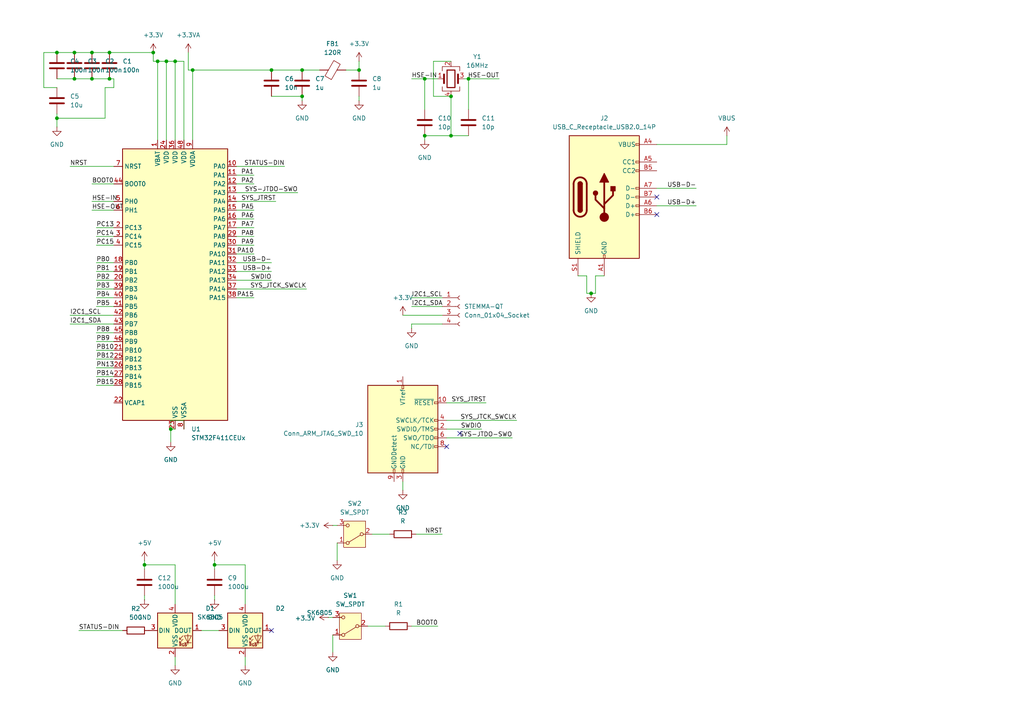
<source format=kicad_sch>
(kicad_sch (version 20250114) (generator "eeschema") (generator_version "9.0")
  (paper "A4")
  (lib_symbols
    (symbol "Connector:Conn_01x04_Socket" (pin_names (offset 1.016) (hide yes))
      (property "Reference" "J" (at 0 5.08 0))
      (property "Value" "Conn_01x04_Socket" (at 0 -7.62 0))
      (symbol "Conn_01x04_Socket_1_1"
        (polyline (pts (xy -1.27 2.54) (xy -0.508 2.54)) (stroke (width 0.1524)))
        (polyline (pts (xy -1.27 0) (xy -0.508 0)) (stroke (width 0.1524)))
        (polyline (pts (xy -1.27 -2.54) (xy -0.508 -2.54)) (stroke (width 0.1524)))
        (polyline (pts (xy -1.27 -5.08) (xy -0.508 -5.08)) (stroke (width 0.1524)))
        (arc (start 0 2.032) (mid -0.5058 2.54) (end 0 3.048) (stroke (width 0.1524)))
        (arc (start 0 -0.508) (mid -0.5058 0) (end 0 0.508) (stroke (width 0.1524)))
        (arc (start 0 -3.048) (mid -0.5058 -2.54) (end 0 -2.032) (stroke (width 0.1524)))
        (arc (start 0 -5.588) (mid -0.5058 -5.08) (end 0 -4.572) (stroke (width 0.1524)))
        (pin passive line (at -5.08 2.54 0) (length 3.81) (name "Pin_1") (number "1"))
        (pin passive line (at -5.08 0 0) (length 3.81) (name "Pin_2") (number "2"))
        (pin passive line (at -5.08 -2.54 0) (length 3.81) (name "Pin_3") (number "3"))
        (pin passive line (at -5.08 -5.08 0) (length 3.81) (name "Pin_4") (number "4"))
      )
    )
    (symbol "Connector:Conn_ARM_JTAG_SWD_10" (pin_names (offset 1.016))
      (property "Reference" "J" (at -2.54 16.51 0))
      (property "Value" "Conn_ARM_JTAG_SWD_10" (at -2.54 13.97 0))
      (symbol "Conn_ARM_JTAG_SWD_10_0_1"
        (rectangle (start -10.16 12.7) (end 10.16 -12.7) (stroke (width 0.254)) (fill (type background)))
        (rectangle (start -2.794 -12.7) (end -2.286 -11.684))
        (rectangle (start -0.254 12.7) (end 0.254 11.684))
        (rectangle (start -0.254 -12.7) (end 0.254 -11.684))
        (rectangle (start 9.144 2.286) (end 10.16 2.794))
        (rectangle (start 10.16 7.874) (end 9.144 7.366))
        (rectangle (start 10.16 -0.254) (end 9.144 0.254))
        (rectangle (start 10.16 -2.794) (end 9.144 -2.286))
      )
      (symbol "Conn_ARM_JTAG_SWD_10_1_1"
        (rectangle (start 9.144 -5.334) (end 10.16 -4.826))
        (pin no_connect line (at -10.16 0 0) (length 2.54) (hide yes) (name "KEY") (number "7"))
        (pin passive line (at -2.54 -15.24 90) (length 2.54) (name "GNDDetect") (number "9"))
        (pin power_in line (at 0 15.24 270) (length 2.54) (name "VTref") (number "1"))
        (pin power_in line (at 0 -15.24 90) (length 2.54) (name "GND") (number "3"))
        (pin passive line (at 0 -15.24 90) (length 2.54) (hide yes) (name "GND") (number "5"))
        (pin open_collector line (at 12.7 7.62 180) (length 2.54) (name "~{RESET}") (number "10"))
        (pin output line (at 12.7 2.54 180) (length 2.54) (name "SWCLK/TCK") (number "4"))
        (pin bidirectional line (at 12.7 0 180) (length 2.54) (name "SWDIO/TMS") (number "2"))
        (pin input line (at 12.7 -2.54 180) (length 2.54) (name "SWO/TDO") (number "6"))
        (pin output line (at 12.7 -5.08 180) (length 2.54) (name "NC/TDI") (number "8"))
      )
    )
    (symbol "Connector:USB_C_Receptacle_USB2.0_14P" (pin_names (offset 1.016))
      (property "Reference" "J" (at 0 22.225 0))
      (property "Value" "USB_C_Receptacle_USB2.0_14P" (at 0 19.685 0))
      (symbol "USB_C_Receptacle_USB2.0_14P_0_0"
        (rectangle (start -0.254 -17.78) (end 0.254 -16.764))
        (rectangle (start 10.16 15.494) (end 9.144 14.986))
        (rectangle (start 10.16 10.414) (end 9.144 9.906))
        (rectangle (start 10.16 7.874) (end 9.144 7.366))
        (rectangle (start 10.16 2.794) (end 9.144 2.286))
        (rectangle (start 10.16 0.254) (end 9.144 -0.254))
        (rectangle (start 10.16 -2.286) (end 9.144 -2.794))
        (rectangle (start 10.16 -4.826) (end 9.144 -5.334))
      )
      (symbol "USB_C_Receptacle_USB2.0_14P_0_1"
        (rectangle (start -10.16 17.78) (end 10.16 -17.78) (stroke (width 0.254)) (fill (type background)))
        (polyline (pts (xy -8.89 -3.81) (xy -8.89 3.81)) (stroke (width 0.508)))
        (rectangle (start -7.62 -3.81) (end -6.35 3.81) (stroke (width 0.254)) (fill (type outline)))
        (arc (start -7.62 3.81) (mid -6.985 4.4423) (end -6.35 3.81) (stroke (width 0.254)))
        (arc (start -7.62 3.81) (mid -6.985 4.4423) (end -6.35 3.81) (stroke (width 0.254)) (fill (type outline)))
        (arc (start -8.89 3.81) (mid -6.985 5.7067) (end -5.08 3.81) (stroke (width 0.508)))
        (arc (start -5.08 -3.81) (mid -6.985 -5.7067) (end -8.89 -3.81) (stroke (width 0.508)))
        (arc (start -6.35 -3.81) (mid -6.985 -4.4423) (end -7.62 -3.81) (stroke (width 0.254)))
        (arc (start -6.35 -3.81) (mid -6.985 -4.4423) (end -7.62 -3.81) (stroke (width 0.254)) (fill (type outline)))
        (polyline (pts (xy -5.08 3.81) (xy -5.08 -3.81)) (stroke (width 0.508)))
        (circle (center -2.54 1.143) (radius 0.635) (stroke (width 0.254)) (fill (type outline)))
        (polyline (pts (xy -1.27 4.318) (xy 0 6.858) (xy 1.27 4.318) (xy -1.27 4.318)) (stroke (width 0.254)) (fill (type outline)))
        (polyline (pts (xy 0 -2.032) (xy 2.54 0.508) (xy 2.54 1.778)) (stroke (width 0.508)))
        (polyline (pts (xy 0 -3.302) (xy -2.54 -0.762) (xy -2.54 0.508)) (stroke (width 0.508)))
        (polyline (pts (xy 0 -5.842) (xy 0 4.318)) (stroke (width 0.508)))
        (circle (center 0 -5.842) (radius 1.27) (fill (type outline)))
        (rectangle (start 1.905 1.778) (end 3.175 3.048) (stroke (width 0.254)) (fill (type outline)))
      )
      (symbol "USB_C_Receptacle_USB2.0_14P_1_1"
        (pin passive line (at -7.62 -22.86 90) (length 5.08) (name "SHIELD") (number "S1"))
        (pin passive line (at 0 -22.86 90) (length 5.08) (name "GND") (number "A1"))
        (pin passive line (at 0 -22.86 90) (length 5.08) (hide yes) (name "GND") (number "A12"))
        (pin passive line (at 0 -22.86 90) (length 5.08) (hide yes) (name "GND") (number "B1"))
        (pin passive line (at 0 -22.86 90) (length 5.08) (hide yes) (name "GND") (number "B12"))
        (pin passive line (at 15.24 15.24 180) (length 5.08) (name "VBUS") (number "A4"))
        (pin passive line (at 15.24 15.24 180) (length 5.08) (hide yes) (name "VBUS") (number "A9"))
        (pin passive line (at 15.24 15.24 180) (length 5.08) (hide yes) (name "VBUS") (number "B4"))
        (pin passive line (at 15.24 15.24 180) (length 5.08) (hide yes) (name "VBUS") (number "B9"))
        (pin bidirectional line (at 15.24 10.16 180) (length 5.08) (name "CC1") (number "A5"))
        (pin bidirectional line (at 15.24 7.62 180) (length 5.08) (name "CC2") (number "B5"))
        (pin bidirectional line (at 15.24 2.54 180) (length 5.08) (name "D-") (number "A7"))
        (pin bidirectional line (at 15.24 0 180) (length 5.08) (name "D-") (number "B7"))
        (pin bidirectional line (at 15.24 -2.54 180) (length 5.08) (name "D+") (number "A6"))
        (pin bidirectional line (at 15.24 -5.08 180) (length 5.08) (name "D+") (number "B6"))
      )
    )
    (symbol "Device:C" (pin_numbers (hide yes)) (pin_names (offset 0.254))
      (property "Reference" "C" (at 0.635 2.54 0))
      (property "Value" "C" (at 0.635 -2.54 0))
      (symbol "C_0_1"
        (polyline (pts (xy -2.032 0.762) (xy 2.032 0.762)) (stroke (width 0.508)))
        (polyline (pts (xy -2.032 -0.762) (xy 2.032 -0.762)) (stroke (width 0.508)))
      )
      (symbol "C_1_1"
        (pin passive line (at 0 3.81 270) (length 2.794) (name "~") (number "1"))
        (pin passive line (at 0 -3.81 90) (length 2.794) (name "~") (number "2"))
      )
    )
    (symbol "Device:Crystal_GND24" (pin_names (offset 1.016) (hide yes))
      (property "Reference" "Y" (at 3.175 5.08 0))
      (property "Value" "Crystal_GND24" (at 3.175 3.175 0))
      (symbol "Crystal_GND24_0_1"
        (polyline (pts (xy -2.54 2.286) (xy -2.54 3.556) (xy 2.54 3.556) (xy 2.54 2.286)))
        (polyline (pts (xy -2.54 0) (xy -2.032 0)))
        (polyline (pts (xy -2.54 -2.286) (xy -2.54 -3.556) (xy 2.54 -3.556) (xy 2.54 -2.286)))
        (polyline (pts (xy -2.032 -1.27) (xy -2.032 1.27)) (stroke (width 0.508)))
        (rectangle (start -1.143 2.54) (end 1.143 -2.54) (stroke (width 0.3048)))
        (polyline (pts (xy 0 3.556) (xy 0 3.81)))
        (polyline (pts (xy 0 -3.81) (xy 0 -3.556)))
        (polyline (pts (xy 2.032 0) (xy 2.54 0)))
        (polyline (pts (xy 2.032 -1.27) (xy 2.032 1.27)) (stroke (width 0.508)))
      )
      (symbol "Crystal_GND24_1_1"
        (pin passive line (at -3.81 0 0) (length 1.27) (name "1") (number "1"))
        (pin passive line (at 0 5.08 270) (length 1.27) (name "2") (number "2"))
        (pin passive line (at 0 -5.08 90) (length 1.27) (name "4") (number "4"))
        (pin passive line (at 3.81 0 180) (length 1.27) (name "3") (number "3"))
      )
    )
    (symbol "Device:FerriteBead" (pin_numbers (hide yes)) (pin_names (offset 0))
      (property "Reference" "FB" (at -3.81 0.635 90))
      (property "Value" "FerriteBead" (at 3.81 0 90))
      (symbol "FerriteBead_0_1"
        (polyline (pts (xy -2.7686 0.4064) (xy -1.7018 2.2606) (xy 2.7686 -0.3048) (xy 1.6764 -2.159) (xy -2.7686 0.4064)))
        (polyline (pts (xy 0 1.27) (xy 0 1.2954)))
        (polyline (pts (xy 0 -1.27) (xy 0 -1.2192)))
      )
      (symbol "FerriteBead_1_1"
        (pin passive line (at 0 3.81 270) (length 2.54) (name "~") (number "1"))
        (pin passive line (at 0 -3.81 90) (length 2.54) (name "~") (number "2"))
      )
    )
    (symbol "Device:R" (pin_numbers (hide yes)) (pin_names (offset 0))
      (property "Reference" "R" (at 2.032 0 90))
      (property "Value" "R" (at 0 0 90))
      (symbol "R_0_1"
        (rectangle (start -1.016 -2.54) (end 1.016 2.54) (stroke (width 0.254)))
      )
      (symbol "R_1_1"
        (pin passive line (at 0 3.81 270) (length 1.27) (name "~") (number "1"))
        (pin passive line (at 0 -3.81 90) (length 1.27) (name "~") (number "2"))
      )
    )
    (symbol "LED:SK6805" (pin_names (offset 0.254))
      (property "Reference" "D" (at 5.08 5.715 0))
      (property "Value" "SK6805" (at 1.27 -5.715 0))
      (symbol "SK6805_0_0"
        (text "RGB" (at 2.286 -4.191 0) (effects (font (size 0.762 0.762))))
      )
      (symbol "SK6805_0_1"
        (polyline (pts (xy 1.27 -2.54) (xy 1.778 -2.54)))
        (polyline (pts (xy 1.27 -3.556) (xy 1.778 -3.556)))
        (polyline (pts (xy 2.286 -1.524) (xy 1.27 -2.54) (xy 1.27 -2.032)))
        (polyline (pts (xy 2.286 -2.54) (xy 1.27 -3.556) (xy 1.27 -3.048)))
        (polyline (pts (xy 3.683 -1.016) (xy 3.683 -3.556) (xy 3.683 -4.064)))
        (polyline (pts (xy 4.699 -1.524) (xy 2.667 -1.524) (xy 3.683 -3.556) (xy 4.699 -1.524)))
        (polyline (pts (xy 4.699 -3.556) (xy 2.667 -3.556)))
        (rectangle (start 5.08 5.08) (end -5.08 -5.08) (stroke (width 0.254)) (fill (type background)))
      )
      (symbol "SK6805_1_1"
        (pin input line (at -7.62 0 0) (length 2.54) (name "DIN") (number "3"))
        (pin power_in line (at 0 7.62 270) (length 2.54) (name "VDD") (number "4"))
        (pin power_in line (at 0 -7.62 90) (length 2.54) (name "VSS") (number "2"))
        (pin output line (at 7.62 0 180) (length 2.54) (name "DOUT") (number "1"))
      )
    )
    (symbol "MCU_ST_STM32F4:STM32F411CEUx"
      (property "Reference" "U" (at -15.24 41.91 0))
      (property "Value" "STM32F411CEUx" (at 7.62 41.91 0))
      (symbol "STM32F411CEUx_0_1"
        (rectangle (start -15.24 -38.1) (end 15.24 40.64) (stroke (width 0.254)) (fill (type background)))
      )
      (symbol "STM32F411CEUx_1_1"
        (pin input line (at -17.78 35.56 0) (length 2.54) (name "NRST") (number "7"))
        (pin input line (at -17.78 30.48 0) (length 2.54) (name "BOOT0") (number "44"))
        (pin bidirectional line (at -17.78 25.4 0) (length 2.54) (name "PH0") (number "5"))
        (pin bidirectional line (at -17.78 22.86 0) (length 2.54) (name "PH1") (number "6"))
        (pin bidirectional line (at -17.78 17.78 0) (length 2.54) (name "PC13") (number "2"))
        (pin bidirectional line (at -17.78 15.24 0) (length 2.54) (name "PC14") (number "3"))
        (pin bidirectional line (at -17.78 12.7 0) (length 2.54) (name "PC15") (number "4"))
        (pin bidirectional line (at -17.78 7.62 0) (length 2.54) (name "PB0") (number "18"))
        (pin bidirectional line (at -17.78 5.08 0) (length 2.54) (name "PB1") (number "19"))
        (pin bidirectional line (at -17.78 2.54 0) (length 2.54) (name "PB2") (number "20"))
        (pin bidirectional line (at -17.78 0 0) (length 2.54) (name "PB3") (number "39"))
        (pin bidirectional line (at -17.78 -2.54 0) (length 2.54) (name "PB4") (number "40"))
        (pin bidirectional line (at -17.78 -5.08 0) (length 2.54) (name "PB5") (number "41"))
        (pin bidirectional line (at -17.78 -7.62 0) (length 2.54) (name "PB6") (number "42"))
        (pin bidirectional line (at -17.78 -10.16 0) (length 2.54) (name "PB7") (number "43"))
        (pin bidirectional line (at -17.78 -12.7 0) (length 2.54) (name "PB8") (number "45"))
        (pin bidirectional line (at -17.78 -15.24 0) (length 2.54) (name "PB9") (number "46"))
        (pin bidirectional line (at -17.78 -17.78 0) (length 2.54) (name "PB10") (number "21"))
        (pin bidirectional line (at -17.78 -20.32 0) (length 2.54) (name "PB12") (number "25"))
        (pin bidirectional line (at -17.78 -22.86 0) (length 2.54) (name "PB13") (number "26"))
        (pin bidirectional line (at -17.78 -25.4 0) (length 2.54) (name "PB14") (number "27"))
        (pin bidirectional line (at -17.78 -27.94 0) (length 2.54) (name "PB15") (number "28"))
        (pin power_out line (at -17.78 -33.02 0) (length 2.54) (name "VCAP1") (number "22"))
        (pin power_in line (at -5.08 43.18 270) (length 2.54) (name "VBAT") (number "1"))
        (pin power_in line (at -2.54 43.18 270) (length 2.54) (name "VDD") (number "24"))
        (pin power_in line (at 0 43.18 270) (length 2.54) (name "VDD") (number "36"))
        (pin power_in line (at 0 -40.64 90) (length 2.54) (name "VSS") (number "23"))
        (pin passive line (at 0 -40.64 90) (length 2.54) (hide yes) (name "VSS") (number "35"))
        (pin passive line (at 0 -40.64 90) (length 2.54) (hide yes) (name "VSS") (number "47"))
        (pin passive line (at 0 -40.64 90) (length 2.54) (hide yes) (name "VSS") (number "49"))
        (pin power_in line (at 2.54 43.18 270) (length 2.54) (name "VDD") (number "48"))
        (pin power_in line (at 2.54 -40.64 90) (length 2.54) (name "VSSA") (number "8"))
        (pin power_in line (at 5.08 43.18 270) (length 2.54) (name "VDDA") (number "9"))
        (pin bidirectional line (at 17.78 35.56 180) (length 2.54) (name "PA0") (number "10"))
        (pin bidirectional line (at 17.78 33.02 180) (length 2.54) (name "PA1") (number "11"))
        (pin bidirectional line (at 17.78 30.48 180) (length 2.54) (name "PA2") (number "12"))
        (pin bidirectional line (at 17.78 27.94 180) (length 2.54) (name "PA3") (number "13"))
        (pin bidirectional line (at 17.78 25.4 180) (length 2.54) (name "PA4") (number "14"))
        (pin bidirectional line (at 17.78 22.86 180) (length 2.54) (name "PA5") (number "15"))
        (pin bidirectional line (at 17.78 20.32 180) (length 2.54) (name "PA6") (number "16"))
        (pin bidirectional line (at 17.78 17.78 180) (length 2.54) (name "PA7") (number "17"))
        (pin bidirectional line (at 17.78 15.24 180) (length 2.54) (name "PA8") (number "29"))
        (pin bidirectional line (at 17.78 12.7 180) (length 2.54) (name "PA9") (number "30"))
        (pin bidirectional line (at 17.78 10.16 180) (length 2.54) (name "PA10") (number "31"))
        (pin bidirectional line (at 17.78 7.62 180) (length 2.54) (name "PA11") (number "32"))
        (pin bidirectional line (at 17.78 5.08 180) (length 2.54) (name "PA12") (number "33"))
        (pin bidirectional line (at 17.78 2.54 180) (length 2.54) (name "PA13") (number "34"))
        (pin bidirectional line (at 17.78 0 180) (length 2.54) (name "PA14") (number "37"))
        (pin bidirectional line (at 17.78 -2.54 180) (length 2.54) (name "PA15") (number "38"))
      )
    )
    (symbol "Switch:SW_SPDT" (pin_names (offset 0) (hide yes))
      (property "Reference" "SW" (at 0 5.08 0))
      (property "Value" "SW_SPDT" (at 0 -5.08 0))
      (symbol "SW_SPDT_0_1"
        (circle (center -2.032 0) (radius 0.4572))
        (polyline (pts (xy -1.651 0.254) (xy 1.651 2.286)))
        (circle (center 2.032 2.54) (radius 0.4572))
        (circle (center 2.032 -2.54) (radius 0.4572))
      )
      (symbol "SW_SPDT_1_1"
        (rectangle (start -3.175 3.81) (end 3.175 -3.81) (fill (type background)))
        (pin passive line (at -5.08 0 0) (length 2.54) (name "B") (number "2"))
        (pin passive line (at 5.08 2.54 180) (length 2.54) (name "A") (number "1"))
        (pin passive line (at 5.08 -2.54 180) (length 2.54) (name "C") (number "3"))
      )
    )
    (symbol "power:+3.3V" (power) (pin_numbers (hide yes)) (pin_names (offset 0) (hide yes))
      (property "Value" "+3.3V" (at 0 3.556 0))
      (symbol "+3.3V_0_1"
        (polyline (pts (xy -0.762 1.27) (xy 0 2.54)))
        (polyline (pts (xy 0 2.54) (xy 0.762 1.27)))
        (polyline (pts (xy 0 0) (xy 0 2.54)))
      )
      (symbol "+3.3V_1_1"
        (pin power_in line (at 0 0 90) (length 0) (name "~") (number "1"))
      )
    )
    (symbol "power:+3.3VA" (power) (pin_numbers (hide yes)) (pin_names (offset 0) (hide yes))
      (property "Value" "+3.3VA" (at 0 3.556 0))
      (symbol "+3.3VA_0_1"
        (polyline (pts (xy -0.762 1.27) (xy 0 2.54)))
        (polyline (pts (xy 0 2.54) (xy 0.762 1.27)))
        (polyline (pts (xy 0 0) (xy 0 2.54)))
      )
      (symbol "+3.3VA_1_1"
        (pin power_in line (at 0 0 90) (length 0) (name "~") (number "1"))
      )
    )
    (symbol "power:+5V" (power) (pin_numbers (hide yes)) (pin_names (offset 0) (hide yes))
      (property "Value" "+5V" (at 0 3.556 0))
      (symbol "+5V_0_1"
        (polyline (pts (xy -0.762 1.27) (xy 0 2.54)))
        (polyline (pts (xy 0 2.54) (xy 0.762 1.27)))
        (polyline (pts (xy 0 0) (xy 0 2.54)))
      )
      (symbol "+5V_1_1"
        (pin power_in line (at 0 0 90) (length 0) (name "~") (number "1"))
      )
    )
    (symbol "power:GND" (power) (pin_numbers (hide yes)) (pin_names (offset 0) (hide yes))
      (property "Value" "GND" (at 0 -3.81 0))
      (symbol "GND_0_1"
        (polyline (pts (xy 0 0) (xy 0 -1.27) (xy 1.27 -1.27) (xy 0 -2.54) (xy -1.27 -1.27) (xy 0 -1.27)))
      )
      (symbol "GND_1_1"
        (pin power_in line (at 0 0 270) (length 0) (name "~") (number "1"))
      )
    )
    (symbol "power:VBUS" (power) (pin_numbers (hide yes)) (pin_names (offset 0) (hide yes))
      (property "Value" "VBUS" (at 0 3.556 0))
      (symbol "VBUS_0_1"
        (polyline (pts (xy -0.762 1.27) (xy 0 2.54)))
        (polyline (pts (xy 0 2.54) (xy 0.762 1.27)))
        (polyline (pts (xy 0 0) (xy 0 2.54)))
      )
      (symbol "VBUS_1_1"
        (pin power_in line (at 0 0 90) (length 0) (name "~") (number "1"))
      )
    )
  )
  (junction (at 49.53 124.46))
  (junction (at 123.19 22.86))
  (junction (at 130.81 39.37))
  (junction (at 50.8 17.78))
  (junction (at 87.63 27.94))
  (junction (at 135.89 22.86))
  (junction (at 171.45 85.09))
  (junction (at 45.72 17.78))
  (junction (at 62.23 163.83))
  (junction (at 41.91 163.83))
  (junction (at 55.88 20.32))
  (junction (at 48.26 17.78))
  (junction (at 78.74 20.32))
  (junction (at 21.59 22.86))
  (junction (at 123.19 39.37))
  (junction (at 87.63 20.32))
  (junction (at 31.75 15.24))
  (junction (at 44.45 15.24))
  (junction (at 21.59 15.24))
  (junction (at 31.75 22.86))
  (junction (at 26.67 22.86))
  (junction (at 130.81 27.94))
  (junction (at 104.14 20.32))
  (junction (at 26.67 15.24))
  (junction (at 16.51 15.24))
  (junction (at 16.51 34.29))
  (no_connect (at 78.74 182.88))
  (no_connect (at 190.5 57.15))
  (no_connect (at 190.5 62.23))
  (no_connect (at 133.35 125.73))
  (no_connect (at 129.54 129.54))
  (wire (pts (xy 27.94 88.9) (xy 33.02 88.9)))
  (wire (pts (xy 53.34 121.92) (xy 49.53 121.92)))
  (wire (pts (xy 130.81 39.37) (xy 135.89 39.37)))
  (wire (pts (xy 27.94 101.6) (xy 33.02 101.6)))
  (wire (pts (xy 62.23 162.56) (xy 62.23 163.83)))
  (wire (pts (xy 31.75 15.24) (xy 44.45 15.24)))
  (wire (pts (xy 128.27 93.98) (xy 119.38 93.98)))
  (wire (pts (xy 20.32 48.26) (xy 33.02 48.26)))
  (wire (pts (xy 123.19 22.86) (xy 127 22.86)))
  (wire (pts (xy 92.71 20.32) (xy 87.63 20.32)))
  (wire (pts (xy 175.26 80.01) (xy 172.72 80.01)))
  (wire (pts (xy 58.42 182.88) (xy 63.5 182.88)))
  (wire (pts (xy 68.58 68.58) (xy 73.66 68.58)))
  (wire (pts (xy 53.34 17.78) (xy 50.8 17.78)))
  (wire (pts (xy 68.58 81.28) (xy 78.74 81.28)))
  (wire (pts (xy 16.51 25.4) (xy 12.7 25.4)))
  (wire (pts (xy 49.53 128.27) (xy 49.53 124.46)))
  (wire (pts (xy 68.58 48.26) (xy 82.55 48.26)))
  (wire (pts (xy 50.8 175.26) (xy 50.8 163.83)))
  (wire (pts (xy 130.81 27.94) (xy 130.81 39.37)))
  (wire (pts (xy 68.58 78.74) (xy 78.74 78.74)))
  (wire (pts (xy 119.38 88.9) (xy 128.27 88.9)))
  (wire (pts (xy 68.58 71.12) (xy 73.66 71.12)))
  (wire (pts (xy 16.51 34.29) (xy 16.51 36.83)))
  (wire (pts (xy 48.26 17.78) (xy 50.8 17.78)))
  (wire (pts (xy 22.86 182.88) (xy 35.56 182.88)))
  (wire (pts (xy 16.51 33.02) (xy 16.51 34.29)))
  (wire (pts (xy 68.58 50.8) (xy 73.66 50.8)))
  (wire (pts (xy 27.94 76.2) (xy 33.02 76.2)))
  (wire (pts (xy 97.79 157.48) (xy 97.79 162.56)))
  (wire (pts (xy 116.84 91.44) (xy 128.27 91.44)))
  (wire (pts (xy 172.72 80.01) (xy 172.72 85.09)))
  (wire (pts (xy 100.33 20.32) (xy 104.14 20.32)))
  (wire (pts (xy 134.62 22.86) (xy 135.89 22.86)))
  (wire (pts (xy 167.64 80.01) (xy 170.18 80.01)))
  (wire (pts (xy 119.38 22.86) (xy 123.19 22.86)))
  (wire (pts (xy 68.58 63.5) (xy 73.66 63.5)))
  (wire (pts (xy 68.58 55.88) (xy 86.36 55.88)))
  (wire (pts (xy 68.58 73.66) (xy 73.66 73.66)))
  (wire (pts (xy 21.59 22.86) (xy 16.51 22.86)))
  (wire (pts (xy 68.58 66.04) (xy 73.66 66.04)))
  (wire (pts (xy 104.14 17.78) (xy 104.14 20.32)))
  (wire (pts (xy 119.38 93.98) (xy 119.38 95.25)))
  (wire (pts (xy 48.26 17.78) (xy 48.26 40.64)))
  (wire (pts (xy 50.8 163.83) (xy 41.91 163.83)))
  (wire (pts (xy 45.72 17.78) (xy 45.72 40.64)))
  (wire (pts (xy 27.94 104.14) (xy 33.02 104.14)))
  (wire (pts (xy 41.91 162.56) (xy 41.91 163.83)))
  (wire (pts (xy 210.82 39.37) (xy 210.82 41.91)))
  (wire (pts (xy 27.94 99.06) (xy 33.02 99.06)))
  (wire (pts (xy 12.7 15.24) (xy 16.51 15.24)))
  (wire (pts (xy 27.94 71.12) (xy 33.02 71.12)))
  (wire (pts (xy 119.38 181.61) (xy 127 181.61)))
  (wire (pts (xy 68.58 53.34) (xy 73.66 53.34)))
  (wire (pts (xy 104.14 27.94) (xy 104.14 29.21)))
  (wire (pts (xy 106.68 181.61) (xy 111.76 181.61)))
  (wire (pts (xy 26.67 15.24) (xy 31.75 15.24)))
  (wire (pts (xy 26.67 53.34) (xy 33.02 53.34)))
  (wire (pts (xy 50.8 190.5) (xy 50.8 193.04)))
  (wire (pts (xy 71.12 163.83) (xy 62.23 163.83)))
  (wire (pts (xy 27.94 96.52) (xy 33.02 96.52)))
  (wire (pts (xy 135.89 22.86) (xy 135.89 31.75)))
  (wire (pts (xy 26.67 60.96) (xy 33.02 60.96)))
  (wire (pts (xy 96.52 152.4) (xy 97.79 152.4)))
  (wire (pts (xy 31.75 22.86) (xy 26.67 22.86)))
  (wire (pts (xy 123.19 39.37) (xy 123.19 40.64)))
  (wire (pts (xy 26.67 22.86) (xy 21.59 22.86)))
  (wire (pts (xy 129.54 121.92) (xy 149.86 121.92)))
  (wire (pts (xy 119.38 86.36) (xy 128.27 86.36)))
  (wire (pts (xy 26.67 58.42) (xy 33.02 58.42)))
  (wire (pts (xy 33.02 22.86) (xy 31.75 22.86)))
  (wire (pts (xy 71.12 175.26) (xy 71.12 163.83)))
  (wire (pts (xy 27.94 68.58) (xy 33.02 68.58)))
  (wire (pts (xy 30.48 25.4) (xy 33.02 25.4)))
  (wire (pts (xy 50.8 124.46) (xy 49.53 124.46)))
  (wire (pts (xy 44.45 17.78) (xy 44.45 15.24)))
  (wire (pts (xy 27.94 66.04) (xy 33.02 66.04)))
  (wire (pts (xy 71.12 190.5) (xy 71.12 193.04)))
  (wire (pts (xy 190.5 41.91) (xy 210.82 41.91)))
  (wire (pts (xy 68.58 60.96) (xy 73.66 60.96)))
  (wire (pts (xy 68.58 76.2) (xy 78.74 76.2)))
  (wire (pts (xy 95.25 179.07) (xy 96.52 179.07)))
  (wire (pts (xy 87.63 27.94) (xy 87.63 29.21)))
  (wire (pts (xy 30.48 25.4) (xy 30.48 34.29)))
  (wire (pts (xy 190.5 54.61) (xy 201.93 54.61)))
  (wire (pts (xy 78.74 20.32) (xy 55.88 20.32)))
  (wire (pts (xy 50.8 17.78) (xy 50.8 40.64)))
  (wire (pts (xy 129.54 127) (xy 148.59 127)))
  (wire (pts (xy 123.19 22.86) (xy 123.19 31.75)))
  (wire (pts (xy 125.73 17.78) (xy 125.73 27.94)))
  (wire (pts (xy 170.18 85.09) (xy 171.45 85.09)))
  (wire (pts (xy 21.59 15.24) (xy 26.67 15.24)))
  (wire (pts (xy 87.63 20.32) (xy 78.74 20.32)))
  (wire (pts (xy 27.94 111.76) (xy 33.02 111.76)))
  (wire (pts (xy 49.53 121.92) (xy 49.53 124.46)))
  (wire (pts (xy 55.88 20.32) (xy 54.61 20.32)))
  (wire (pts (xy 27.94 83.82) (xy 33.02 83.82)))
  (wire (pts (xy 27.94 106.68) (xy 33.02 106.68)))
  (wire (pts (xy 45.72 17.78) (xy 44.45 17.78)))
  (wire (pts (xy 53.34 121.92) (xy 53.34 124.46)))
  (wire (pts (xy 27.94 86.36) (xy 33.02 86.36)))
  (wire (pts (xy 41.91 163.83) (xy 41.91 165.1)))
  (wire (pts (xy 107.95 154.94) (xy 113.03 154.94)))
  (wire (pts (xy 20.32 91.44) (xy 33.02 91.44)))
  (wire (pts (xy 27.94 78.74) (xy 33.02 78.74)))
  (wire (pts (xy 55.88 40.64) (xy 55.88 20.32)))
  (wire (pts (xy 190.5 59.69) (xy 201.93 59.69)))
  (wire (pts (xy 135.89 22.86) (xy 144.78 22.86)))
  (wire (pts (xy 68.58 83.82) (xy 88.9 83.82)))
  (wire (pts (xy 20.32 93.98) (xy 33.02 93.98)))
  (wire (pts (xy 53.34 40.64) (xy 53.34 17.78)))
  (wire (pts (xy 171.45 85.09) (xy 172.72 85.09)))
  (wire (pts (xy 62.23 163.83) (xy 62.23 165.1)))
  (wire (pts (xy 125.73 27.94) (xy 130.81 27.94)))
  (wire (pts (xy 120.65 154.94) (xy 128.27 154.94)))
  (wire (pts (xy 170.18 80.01) (xy 170.18 85.09)))
  (wire (pts (xy 16.51 15.24) (xy 21.59 15.24)))
  (wire (pts (xy 68.58 58.42) (xy 80.01 58.42)))
  (wire (pts (xy 123.19 39.37) (xy 130.81 39.37)))
  (wire (pts (xy 54.61 15.24) (xy 54.61 20.32)))
  (wire (pts (xy 33.02 25.4) (xy 33.02 22.86)))
  (wire (pts (xy 129.54 124.46) (xy 139.7 124.46)))
  (wire (pts (xy 45.72 17.78) (xy 48.26 17.78)))
  (wire (pts (xy 41.91 172.72) (xy 41.91 173.99)))
  (wire (pts (xy 130.81 17.78) (xy 125.73 17.78)))
  (wire (pts (xy 27.94 81.28) (xy 33.02 81.28)))
  (wire (pts (xy 116.84 139.7) (xy 116.84 142.24)))
  (wire (pts (xy 16.51 34.29) (xy 30.48 34.29)))
  (wire (pts (xy 129.54 116.84) (xy 140.97 116.84)))
  (wire (pts (xy 27.94 109.22) (xy 33.02 109.22)))
  (wire (pts (xy 96.52 184.15) (xy 96.52 189.23)))
  (wire (pts (xy 68.58 86.36) (xy 73.66 86.36)))
  (wire (pts (xy 62.23 172.72) (xy 62.23 173.99)))
  (wire (pts (xy 78.74 27.94) (xy 87.63 27.94)))
  (wire (pts (xy 12.7 25.4) (xy 12.7 15.24)))
  (label "I2C1_SDA" (at 119.38 88.9 0))
  (label "BOOT0" (at 26.67 53.34 0))
  (label "SYS_JTCK_SWCLK" (at 149.86 121.92 180))
  (label "PN13" (at 27.94 106.68 0))
  (label "USB-D-" (at 201.93 54.61 180))
  (label "PA6" (at 73.66 63.5 180))
  (label "HSE-IN" (at 26.67 58.42 0))
  (label "NRST" (at 20.32 48.26 0))
  (label "PC14" (at 27.94 68.58 0))
  (label "STATUS-DIN" (at 82.55 48.26 180))
  (label "SYS_JTRST" (at 140.97 116.84 180))
  (label "SYS-JTDO-SWO" (at 86.36 55.88 180))
  (label "PB2" (at 27.94 81.28 0))
  (label "PB8" (at 27.94 96.52 0))
  (label "PA10" (at 73.66 73.66 180))
  (label "SWDIO" (at 78.74 81.28 180))
  (label "PB5" (at 27.94 88.9 0))
  (label "PC15" (at 27.94 71.12 0))
  (label "HSE-IN" (at 119.38 22.86 0))
  (label "PB3" (at 27.94 83.82 0))
  (label "PB10" (at 27.94 101.6 0))
  (label "PA1" (at 73.66 50.8 180))
  (label "PA9" (at 73.66 71.12 180))
  (label "PB12" (at 27.94 104.14 0))
  (label "HSE-OUT" (at 144.78 22.86 180))
  (label "USB-D+" (at 78.74 78.74 180))
  (label "PB1" (at 27.94 78.74 0))
  (label "PB4" (at 27.94 86.36 0))
  (label "PA7" (at 73.66 66.04 180))
  (label "NRST" (at 128.27 154.94 180))
  (label "PC13" (at 27.94 66.04 0))
  (label "PB9" (at 27.94 99.06 0))
  (label "HSE-OUT" (at 26.67 60.96 0))
  (label "PA2" (at 73.66 53.34 180))
  (label "PA8" (at 73.66 68.58 180))
  (label "USB-D+" (at 201.93 59.69 180))
  (label "PA15" (at 73.66 86.36 180))
  (label "SYS-JTDO-SWO" (at 148.59 127 180))
  (label "I2C1_SDA" (at 20.32 93.98 0))
  (label "SYS_JTCK_SWCLK" (at 88.9 83.82 180))
  (label "PA5" (at 73.66 60.96 180))
  (label "BOOT0" (at 127 181.61 180))
  (label "PB0" (at 27.94 76.2 0))
  (label "SYS_JTRST" (at 80.01 58.42 180))
  (label "USB-D-" (at 78.74 76.2 180))
  (label "PB14" (at 27.94 109.22 0))
  (label "STATUS-DIN" (at 22.86 182.88 0))
  (label "PB15" (at 27.94 111.76 0))
  (label "SWDIO" (at 139.7 124.46 180))
  (label "I2C1_SCL" (at 119.38 86.36 0))
  (label "I2C1_SCL" (at 20.32 91.44 0))
  (symbol (lib_id "LED:SK6805") (at 71.12 182.88 0) (unit 1)
    (property "Reference" "D2" (at 81.28 176.4598 0))
    (property "Value" "SK6805" (at 92.71 177.7298 0))
    (property "Footprint" "LED_SMD:LED_SK6805_PLCC4_2.4x2.7mm_P1.3mm" (effects (hide yes)))
    (property "Datasheet" "https://cdn-shop.adafruit.com/product-files/3484/3484_Datasheet.pdf" (effects (hide yes)))
    (property "Description" "RGB LED with integrated controller" (effects (hide yes)))
  )
  (symbol (lib_id "power:+3.3V") (at 44.45 15.24 0) (unit 1)
    (property "Reference" "#PWR01" (effects (hide yes)))
    (property "Value" "+3.3V" (at 44.45 10.16 0))
    (property "Description" "Power symbol creates a global label with name \"+3.3V\"" (effects (hide yes)))
  )
  (symbol (lib_id "MCU_ST_STM32F4:STM32F411CEUx") (at 50.8 83.82 0) (unit 1)
    (property "Reference" "U1" (at 55.4833 124.46 0) (effects (justify left)))
    (property "Value" "STM32F411CEUx" (at 55.4833 127 0) (effects (justify left)))
    (property "Footprint" "Package_DFN_QFN:QFN-48-1EP_7x7mm_P0.5mm_EP5.6x5.6mm" (effects (hide yes)))
    (property "Datasheet" "https://www.st.com/resource/en/datasheet/stm32f411ce.pdf" (effects (hide yes)))
    (property "Description" "STMicroelectronics Arm Cortex-M4 MCU, 512KB flash, 128KB RAM, 100 MHz, 1.7-3.6V, 36 GPIO, UFQFPN48" (effects (hide yes)))
  )
  (symbol (lib_id "Device:C") (at 26.67 19.05 0) (unit 1)
    (property "Reference" "C2" (at 30.48 17.7799 0) (effects (justify left)))
    (property "Value" "100n" (at 30.48 20.3199 0) (effects (justify left)))
    (property "Description" "Unpolarized capacitor" (effects (hide yes)))
  )
  (symbol (lib_id "power:GND") (at 116.84 142.24 0) (unit 1)
    (property "Reference" "#PWR020" (effects (hide yes)))
    (property "Value" "GND" (at 116.84 147.32 0))
    (property "Description" "Power symbol creates a global label with name \"GND\" , ground" (effects (hide yes)))
  )
  (symbol (lib_id "Switch:SW_SPDT") (at 102.87 154.94 180) (unit 1)
    (property "Reference" "SW2" (at 102.87 146.05 0))
    (property "Value" "SW_SPDT" (at 102.87 148.59 0))
    (property "Description" "Switch, single pole double throw" (effects (hide yes)))
  )
  (symbol (lib_id "LED:SK6805") (at 50.8 182.88 0) (unit 1)
    (property "Reference" "D1" (at 60.96 176.4598 0))
    (property "Value" "SK6805" (at 60.96 178.9998 0))
    (property "Footprint" "LED_SMD:LED_SK6805_PLCC4_2.4x2.7mm_P1.3mm" (effects (hide yes)))
    (property "Datasheet" "https://cdn-shop.adafruit.com/product-files/3484/3484_Datasheet.pdf" (effects (hide yes)))
    (property "Description" "RGB LED with integrated controller" (effects (hide yes)))
  )
  (symbol (lib_id "Switch:SW_SPDT") (at 101.6 181.61 180) (unit 1)
    (property "Reference" "SW1" (at 101.6 172.72 0))
    (property "Value" "SW_SPDT" (at 101.6 175.26 0))
    (property "Description" "Switch, single pole double throw" (effects (hide yes)))
  )
  (symbol (lib_id "power:GND") (at 16.51 36.83 0) (unit 1)
    (property "Reference" "#PWR03" (effects (hide yes)))
    (property "Value" "GND" (at 16.51 41.91 0))
    (property "Description" "Power symbol creates a global label with name \"GND\" , ground" (effects (hide yes)))
  )
  (symbol (lib_id "power:GND") (at 171.45 85.09 0) (unit 1)
    (property "Reference" "#PWR013" (effects (hide yes)))
    (property "Value" "GND" (at 171.45 90.17 0))
    (property "Description" "Power symbol creates a global label with name \"GND\" , ground" (effects (hide yes)))
  )
  (symbol (lib_id "Device:C") (at 41.91 168.91 0) (unit 1)
    (property "Reference" "C12" (at 45.72 167.6399 0) (effects (justify left)))
    (property "Value" "1000u" (at 45.72 170.1799 0) (effects (justify left)))
    (property "Description" "Unpolarized capacitor" (effects (hide yes)))
  )
  (symbol (lib_id "power:+3.3V") (at 116.84 91.44 0) (unit 1)
    (property "Reference" "#PWR019" (effects (hide yes)))
    (property "Value" "+3.3V" (at 116.84 86.36 0))
    (property "Description" "Power symbol creates a global label with name \"+3.3V\"" (effects (hide yes)))
  )
  (symbol (lib_id "Device:R") (at 39.37 182.88 90) (unit 1)
    (property "Reference" "R2" (at 39.37 176.53 90))
    (property "Value" "500" (at 39.37 179.07 90))
    (property "Description" "Resistor" (effects (hide yes)))
  )
  (symbol (lib_id "power:GND") (at 49.53 128.27 0) (unit 1)
    (property "Reference" "#PWR02" (effects (hide yes)))
    (property "Value" "GND" (at 49.53 133.35 0))
    (property "Description" "Power symbol creates a global label with name \"GND\" , ground" (effects (hide yes)))
  )
  (symbol (lib_id "Device:C") (at 104.14 24.13 0) (unit 1)
    (property "Reference" "C8" (at 107.95 22.8599 0) (effects (justify left)))
    (property "Value" "1u" (at 107.95 25.3999 0) (effects (justify left)))
    (property "Description" "Unpolarized capacitor" (effects (hide yes)))
  )
  (symbol (lib_id "Device:C") (at 78.74 24.13 0) (unit 1)
    (property "Reference" "C6" (at 82.55 22.8599 0) (effects (justify left)))
    (property "Value" "10n" (at 82.55 25.3999 0) (effects (justify left)))
    (property "Description" "Unpolarized capacitor" (effects (hide yes)))
  )
  (symbol (lib_id "Device:C") (at 87.63 24.13 0) (unit 1)
    (property "Reference" "C7" (at 91.44 22.8599 0) (effects (justify left)))
    (property "Value" "1u" (at 91.44 25.3999 0) (effects (justify left)))
    (property "Description" "Unpolarized capacitor" (effects (hide yes)))
  )
  (symbol (lib_id "power:GND") (at 71.12 193.04 0) (unit 1)
    (property "Reference" "#PWR026" (effects (hide yes)))
    (property "Value" "GND" (at 71.12 198.12 0))
    (property "Description" "Power symbol creates a global label with name \"GND\" , ground" (effects (hide yes)))
  )
  (symbol (lib_id "power:GND") (at 119.38 95.25 0) (unit 1)
    (property "Reference" "#PWR08" (effects (hide yes)))
    (property "Value" "GND" (at 119.38 100.33 0))
    (property "Description" "Power symbol creates a global label with name \"GND\" , ground" (effects (hide yes)))
  )
  (symbol (lib_id "power:+5V") (at 41.91 162.56 0) (unit 1)
    (property "Reference" "#PWR017" (effects (hide yes)))
    (property "Value" "+5V" (at 41.91 157.48 0))
    (property "Description" "Power symbol creates a global label with name \"+5V\"" (effects (hide yes)))
  )
  (symbol (lib_id "power:GND") (at 87.63 29.21 0) (unit 1)
    (property "Reference" "#PWR05" (effects (hide yes)))
    (property "Value" "GND" (at 87.63 34.29 0))
    (property "Description" "Power symbol creates a global label with name \"GND\" , ground" (effects (hide yes)))
  )
  (symbol (lib_id "power:GND") (at 62.23 173.99 0) (unit 1)
    (property "Reference" "#PWR025" (effects (hide yes)))
    (property "Value" "GND" (at 62.23 179.07 0))
    (property "Description" "Power symbol creates a global label with name \"GND\" , ground" (effects (hide yes)))
  )
  (symbol (lib_id "Device:C") (at 16.51 19.05 0) (unit 1)
    (property "Reference" "C4" (at 20.32 17.7799 0) (effects (justify left)))
    (property "Value" "100n" (at 20.32 20.3199 0) (effects (justify left)))
    (property "Description" "Unpolarized capacitor" (effects (hide yes)))
  )
  (symbol (lib_id "Connector:USB_C_Receptacle_USB2.0_14P") (at 175.26 57.15 0) (unit 1)
    (property "Reference" "J2" (at 175.26 34.29 0))
    (property "Value" "USB_C_Receptacle_USB2.0_14P" (at 175.26 36.83 0))
    (property "Datasheet" "https://www.usb.org/sites/default/files/documents/usb_type-c.zip" (effects (hide yes)))
    (property "Description" "USB 2.0-only 14P Type-C Receptacle connector" (effects (hide yes)))
  )
  (symbol (lib_id "power:GND") (at 96.52 189.23 0) (unit 1)
    (property "Reference" "#PWR09" (effects (hide yes)))
    (property "Value" "GND" (at 96.52 194.31 0))
    (property "Description" "Power symbol creates a global label with name \"GND\" , ground" (effects (hide yes)))
  )
  (symbol (lib_id "power:GND") (at 41.91 173.99 0) (unit 1)
    (property "Reference" "#PWR014" (effects (hide yes)))
    (property "Value" "GND" (at 41.91 179.07 0))
    (property "Description" "Power symbol creates a global label with name \"GND\" , ground" (effects (hide yes)))
  )
  (symbol (lib_id "Device:Crystal_GND24") (at 130.81 22.86 0) (unit 1)
    (property "Reference" "Y1" (at 138.43 16.4398 0))
    (property "Value" "16MHz" (at 138.43 18.9798 0))
    (property "Description" "Four pin crystal, GND on pins 2 and 4" (effects (hide yes)))
  )
  (symbol (lib_id "Device:C") (at 62.23 168.91 0) (unit 1)
    (property "Reference" "C9" (at 66.04 167.6399 0) (effects (justify left)))
    (property "Value" "1000u" (at 66.04 170.1799 0) (effects (justify left)))
    (property "Description" "Unpolarized capacitor" (effects (hide yes)))
  )
  (symbol (lib_id "Device:R") (at 115.57 181.61 90) (unit 1)
    (property "Reference" "R1" (at 115.57 175.26 90))
    (property "Value" "R" (at 115.57 177.8 90))
    (property "Description" "Resistor" (effects (hide yes)))
  )
  (symbol (lib_id "power:+3.3V") (at 95.25 179.07 90) (unit 1)
    (property "Reference" "#PWR010" (effects (hide yes)))
    (property "Value" "+3.3V" (at 91.44 179.324 90) (effects (justify left)))
    (property "Description" "Power symbol creates a global label with name \"+3.3V\"" (effects (hide yes)))
  )
  (symbol (lib_id "Device:C") (at 16.51 29.21 0) (unit 1)
    (property "Reference" "C5" (at 20.32 27.9399 0) (effects (justify left)))
    (property "Value" "10u" (at 20.32 30.4799 0) (effects (justify left)))
    (property "Description" "Unpolarized capacitor" (effects (hide yes)))
  )
  (symbol (lib_id "power:+5V") (at 62.23 162.56 0) (unit 1)
    (property "Reference" "#PWR024" (effects (hide yes)))
    (property "Value" "+5V" (at 62.23 157.48 0))
    (property "Description" "Power symbol creates a global label with name \"+5V\"" (effects (hide yes)))
  )
  (symbol (lib_id "Device:R") (at 116.84 154.94 90) (unit 1)
    (property "Reference" "R3" (at 116.84 148.59 90))
    (property "Value" "R" (at 116.84 151.13 90))
    (property "Description" "Resistor" (effects (hide yes)))
  )
  (symbol (lib_id "Device:C") (at 31.75 19.05 0) (unit 1)
    (property "Reference" "C1" (at 35.56 17.7799 0) (effects (justify left)))
    (property "Value" "100n" (at 35.56 20.3199 0) (effects (justify left)))
    (property "Description" "Unpolarized capacitor" (effects (hide yes)))
  )
  (symbol (lib_id "Device:C") (at 135.89 35.56 0) (unit 1)
    (property "Reference" "C11" (at 139.7 34.2899 0) (effects (justify left)))
    (property "Value" "10p" (at 139.7 36.8299 0) (effects (justify left)))
    (property "Description" "Unpolarized capacitor" (effects (hide yes)))
  )
  (symbol (lib_id "power:GND") (at 104.14 29.21 0) (unit 1)
    (property "Reference" "#PWR06" (effects (hide yes)))
    (property "Value" "GND" (at 104.14 34.29 0))
    (property "Description" "Power symbol creates a global label with name \"GND\" , ground" (effects (hide yes)))
  )
  (symbol (lib_id "power:+3.3V") (at 104.14 17.78 0) (unit 1)
    (property "Reference" "#PWR07" (effects (hide yes)))
    (property "Value" "+3.3V" (at 104.14 12.7 0))
    (property "Description" "Power symbol creates a global label with name \"+3.3V\"" (effects (hide yes)))
  )
  (symbol (lib_id "power:VBUS") (at 210.82 39.37 0) (unit 1)
    (property "Reference" "#PWR012" (effects (hide yes)))
    (property "Value" "VBUS" (at 210.82 34.29 0))
    (property "Description" "Power symbol creates a global label with name \"VBUS\"" (effects (hide yes)))
  )
  (symbol (lib_id "power:GND") (at 50.8 193.04 0) (unit 1)
    (property "Reference" "#PWR015" (effects (hide yes)))
    (property "Value" "GND" (at 50.8 198.12 0))
    (property "Description" "Power symbol creates a global label with name \"GND\" , ground" (effects (hide yes)))
  )
  (symbol (lib_id "Device:C") (at 21.59 19.05 0) (unit 1)
    (property "Reference" "C3" (at 25.4 17.7799 0) (effects (justify left)))
    (property "Value" "100n" (at 25.4 20.3199 0) (effects (justify left)))
    (property "Description" "Unpolarized capacitor" (effects (hide yes)))
  )
  (symbol (lib_id "Device:FerriteBead") (at 96.52 20.32 90) (unit 1)
    (property "Reference" "FB1" (at 96.4692 12.7 90))
    (property "Value" "120R" (at 96.4692 15.24 90))
    (property "Description" "Ferrite bead" (effects (hide yes)))
  )
  (symbol (lib_id "power:GND") (at 97.79 162.56 0) (unit 1)
    (property "Reference" "#PWR018" (effects (hide yes)))
    (property "Value" "GND" (at 97.79 167.64 0))
    (property "Description" "Power symbol creates a global label with name \"GND\" , ground" (effects (hide yes)))
  )
  (symbol (lib_id "power:+3.3V") (at 96.52 152.4 90) (unit 1)
    (property "Reference" "#PWR016" (effects (hide yes)))
    (property "Value" "+3.3V" (at 92.71 152.3999 90) (effects (justify left)))
    (property "Description" "Power symbol creates a global label with name \"+3.3V\"" (effects (hide yes)))
  )
  (symbol (lib_id "power:+3.3VA") (at 54.61 15.24 0) (unit 1)
    (property "Reference" "#PWR04" (effects (hide yes)))
    (property "Value" "+3.3VA" (at 54.61 10.16 0))
    (property "Description" "Power symbol creates a global label with name \"+3.3VA\"" (effects (hide yes)))
  )
  (symbol (lib_id "Connector:Conn_ARM_JTAG_SWD_10") (at 116.84 124.46 0) (unit 1)
    (property "Reference" "J3" (at 105.41 123.1899 0) (effects (justify right)))
    (property "Value" "Conn_ARM_JTAG_SWD_10" (at 105.41 125.7299 0) (effects (justify right)))
    (property "Datasheet" "http://infocenter.arm.com/help/topic/com.arm.doc.ddi0314h/DDI0314H_coresight_components_trm.pdf" (effects (hide yes)))
    (property "Description" "Cortex Debug Connector, standard ARM Cortex-M SWD and JTAG interface" (effects (hide yes)))
  )
  (symbol (lib_id "Device:C") (at 123.19 35.56 0) (unit 1)
    (property "Reference" "C10" (at 127 34.2899 0) (effects (justify left)))
    (property "Value" "10p" (at 127 36.8299 0) (effects (justify left)))
    (property "Description" "Unpolarized capacitor" (effects (hide yes)))
  )
  (symbol (lib_id "power:GND") (at 123.19 40.64 0) (unit 1)
    (property "Reference" "#PWR011" (effects (hide yes)))
    (property "Value" "GND" (at 123.19 45.72 0))
    (property "Description" "Power symbol creates a global label with name \"GND\" , ground" (effects (hide yes)))
  )
  (symbol (lib_id "Connector:Conn_01x04_Socket") (at 133.35 88.9 0) (unit 1)
    (property "Reference" "STEMMA-QT" (at 134.62 88.8999 0) (effects (justify left)))
    (property "Value" "Conn_01x04_Socket" (at 134.62 91.4399 0) (effects (justify left)))
    (property "Description" "Generic connector, single row, 01x04, script generated" (effects (hide yes)))
  )
)
</source>
